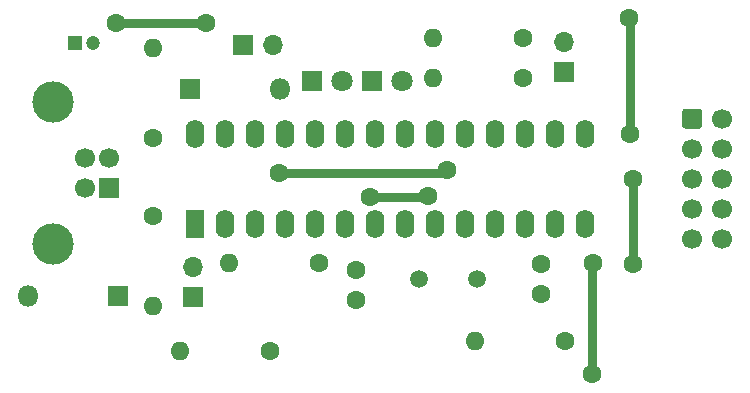
<source format=gbr>
%TF.GenerationSoftware,KiCad,Pcbnew,(5.1.7)-1*%
%TF.CreationDate,2020-11-28T16:53:41+05:30*%
%TF.ProjectId,usbasp_v1,75736261-7370-45f7-9631-2e6b69636164,v1*%
%TF.SameCoordinates,Original*%
%TF.FileFunction,Copper,L1,Top*%
%TF.FilePolarity,Positive*%
%FSLAX46Y46*%
G04 Gerber Fmt 4.6, Leading zero omitted, Abs format (unit mm)*
G04 Created by KiCad (PCBNEW (5.1.7)-1) date 2020-11-28 16:53:41*
%MOMM*%
%LPD*%
G01*
G04 APERTURE LIST*
%TA.AperFunction,ComponentPad*%
%ADD10C,1.800000*%
%TD*%
%TA.AperFunction,ComponentPad*%
%ADD11R,1.800000X1.800000*%
%TD*%
%TA.AperFunction,ComponentPad*%
%ADD12O,1.600000X1.600000*%
%TD*%
%TA.AperFunction,ComponentPad*%
%ADD13C,1.600000*%
%TD*%
%TA.AperFunction,ComponentPad*%
%ADD14C,1.700000*%
%TD*%
%TA.AperFunction,ComponentPad*%
%ADD15O,1.700000X1.700000*%
%TD*%
%TA.AperFunction,ComponentPad*%
%ADD16R,1.700000X1.700000*%
%TD*%
%TA.AperFunction,ComponentPad*%
%ADD17C,1.200000*%
%TD*%
%TA.AperFunction,ComponentPad*%
%ADD18R,1.200000X1.200000*%
%TD*%
%TA.AperFunction,ComponentPad*%
%ADD19O,1.600000X2.400000*%
%TD*%
%TA.AperFunction,ComponentPad*%
%ADD20R,1.600000X2.400000*%
%TD*%
%TA.AperFunction,ComponentPad*%
%ADD21C,1.500000*%
%TD*%
%TA.AperFunction,ComponentPad*%
%ADD22C,3.500000*%
%TD*%
%TA.AperFunction,ComponentPad*%
%ADD23O,1.800000X1.800000*%
%TD*%
%TA.AperFunction,ViaPad*%
%ADD24C,1.600000*%
%TD*%
%TA.AperFunction,Conductor*%
%ADD25C,0.800000*%
%TD*%
G04 APERTURE END LIST*
D10*
%TO.P,D3,2*%
%TO.N,Net-(D3-Pad2)*%
X141528800Y-81280000D03*
D11*
%TO.P,D3,1*%
%TO.N,Net-(D3-Pad1)*%
X138988800Y-81280000D03*
%TD*%
D12*
%TO.P,R5,2*%
%TO.N,Net-(D1-Pad1)*%
X122732800Y-104089200D03*
D13*
%TO.P,R5,1*%
%TO.N,+5V*%
X130352800Y-104089200D03*
%TD*%
D12*
%TO.P,R3,2*%
%TO.N,Net-(R3-Pad2)*%
X120497600Y-100279200D03*
D13*
%TO.P,R3,1*%
%TO.N,Net-(D1-Pad1)*%
X120497600Y-92659200D03*
%TD*%
D12*
%TO.P,R2,2*%
%TO.N,Net-(R2-Pad2)*%
X147726400Y-103276400D03*
D13*
%TO.P,R2,1*%
%TO.N,Net-(J1-Pad4)*%
X155346400Y-103276400D03*
%TD*%
D14*
%TO.P,J1,10*%
%TO.N,GND*%
X168661600Y-94589600D03*
%TO.P,J1,8*%
X168661600Y-92049600D03*
%TO.P,J1,6*%
%TO.N,Net-(J1-Pad6)*%
X168661600Y-89509600D03*
%TO.P,J1,4*%
%TO.N,Net-(J1-Pad4)*%
X168661600Y-86969600D03*
%TO.P,J1,2*%
%TO.N,Net-(J1-Pad2)*%
X168661600Y-84429600D03*
%TO.P,J1,9*%
%TO.N,/MISO*%
X166121600Y-94589600D03*
%TO.P,J1,7*%
%TO.N,/SCK*%
X166121600Y-92049600D03*
%TO.P,J1,5*%
%TO.N,Net-(J1-Pad5)*%
X166121600Y-89509600D03*
%TO.P,J1,3*%
%TO.N,Net-(J1-Pad3)*%
X166121600Y-86969600D03*
%TO.P,J1,1*%
%TO.N,/MOSI*%
%TA.AperFunction,ComponentPad*%
G36*
G01*
X165271600Y-85029600D02*
X165271600Y-83829600D01*
G75*
G02*
X165521600Y-83579600I250000J0D01*
G01*
X166721600Y-83579600D01*
G75*
G02*
X166971600Y-83829600I0J-250000D01*
G01*
X166971600Y-85029600D01*
G75*
G02*
X166721600Y-85279600I-250000J0D01*
G01*
X165521600Y-85279600D01*
G75*
G02*
X165271600Y-85029600I0J250000D01*
G01*
G37*
%TD.AperFunction*%
%TD*%
D15*
%TO.P,JP2,2*%
%TO.N,+5V*%
X155244800Y-77978000D03*
D16*
%TO.P,JP2,1*%
%TO.N,Net-(J1-Pad2)*%
X155244800Y-80518000D03*
%TD*%
D17*
%TO.P,C3,2*%
%TO.N,GND*%
X115393600Y-78028800D03*
D18*
%TO.P,C3,1*%
%TO.N,+5V*%
X113893600Y-78028800D03*
%TD*%
D19*
%TO.P,U1,28*%
%TO.N,Net-(U1-Pad28)*%
X124053600Y-85699600D03*
%TO.P,U1,14*%
%TO.N,Net-(R3-Pad2)*%
X157073600Y-93319600D03*
%TO.P,U1,27*%
%TO.N,Net-(U1-Pad27)*%
X126593600Y-85699600D03*
%TO.P,U1,13*%
%TO.N,Net-(U1-Pad13)*%
X154533600Y-93319600D03*
%TO.P,U1,26*%
%TO.N,Net-(U1-Pad26)*%
X129133600Y-85699600D03*
%TO.P,U1,12*%
%TO.N,Net-(U1-Pad12)*%
X151993600Y-93319600D03*
%TO.P,U1,25*%
%TO.N,Net-(JP3-Pad1)*%
X131673600Y-85699600D03*
%TO.P,U1,11*%
%TO.N,Net-(U1-Pad11)*%
X149453600Y-93319600D03*
%TO.P,U1,24*%
%TO.N,Net-(D4-Pad1)*%
X134213600Y-85699600D03*
%TO.P,U1,10*%
%TO.N,Net-(C2-Pad2)*%
X146913600Y-93319600D03*
%TO.P,U1,23*%
%TO.N,Net-(D3-Pad1)*%
X136753600Y-85699600D03*
%TO.P,U1,9*%
%TO.N,Net-(C1-Pad2)*%
X144373600Y-93319600D03*
%TO.P,U1,22*%
%TO.N,GND*%
X139293600Y-85699600D03*
%TO.P,U1,8*%
X141833600Y-93319600D03*
%TO.P,U1,21*%
%TO.N,Net-(U1-Pad21)*%
X141833600Y-85699600D03*
%TO.P,U1,7*%
%TO.N,+5V*%
X139293600Y-93319600D03*
%TO.P,U1,20*%
X144373600Y-85699600D03*
%TO.P,U1,6*%
%TO.N,Net-(U1-Pad6)*%
X136753600Y-93319600D03*
%TO.P,U1,19*%
%TO.N,/SCK*%
X146913600Y-85699600D03*
%TO.P,U1,5*%
%TO.N,Net-(U1-Pad5)*%
X134213600Y-93319600D03*
%TO.P,U1,18*%
%TO.N,/MISO*%
X149453600Y-85699600D03*
%TO.P,U1,4*%
%TO.N,Net-(R4-Pad2)*%
X131673600Y-93319600D03*
%TO.P,U1,17*%
%TO.N,/MOSI*%
X151993600Y-85699600D03*
%TO.P,U1,3*%
%TO.N,Net-(R2-Pad2)*%
X129133600Y-93319600D03*
%TO.P,U1,16*%
%TO.N,Net-(J1-Pad5)*%
X154533600Y-85699600D03*
%TO.P,U1,2*%
%TO.N,Net-(J1-Pad6)*%
X126593600Y-93319600D03*
%TO.P,U1,15*%
%TO.N,Net-(R4-Pad2)*%
X157073600Y-85699600D03*
D20*
%TO.P,U1,1*%
%TO.N,Net-(JP1-Pad2)*%
X124053600Y-93319600D03*
%TD*%
D21*
%TO.P,Y1,2*%
%TO.N,Net-(C2-Pad2)*%
X147882000Y-98044000D03*
%TO.P,Y1,1*%
%TO.N,Net-(C1-Pad2)*%
X143002000Y-98044000D03*
%TD*%
D12*
%TO.P,R7,2*%
%TO.N,Net-(D4-Pad2)*%
X144221200Y-77571600D03*
D13*
%TO.P,R7,1*%
%TO.N,+5V*%
X151841200Y-77571600D03*
%TD*%
D12*
%TO.P,R6,2*%
%TO.N,Net-(D3-Pad2)*%
X144170400Y-81026000D03*
D13*
%TO.P,R6,1*%
%TO.N,+5V*%
X151790400Y-81026000D03*
%TD*%
D12*
%TO.P,R4,2*%
%TO.N,Net-(R4-Pad2)*%
X120497600Y-78486000D03*
D13*
%TO.P,R4,1*%
%TO.N,Net-(D2-Pad1)*%
X120497600Y-86106000D03*
%TD*%
D12*
%TO.P,R1,2*%
%TO.N,Net-(JP1-Pad2)*%
X126949200Y-96672400D03*
D13*
%TO.P,R1,1*%
%TO.N,+5V*%
X134569200Y-96672400D03*
%TD*%
D15*
%TO.P,JP3,2*%
%TO.N,GND*%
X130606800Y-78232000D03*
D16*
%TO.P,JP3,1*%
%TO.N,Net-(JP3-Pad1)*%
X128066800Y-78232000D03*
%TD*%
D15*
%TO.P,JP1,2*%
%TO.N,Net-(JP1-Pad2)*%
X123901200Y-96977200D03*
D16*
%TO.P,JP1,1*%
%TO.N,/SCK*%
X123901200Y-99517200D03*
%TD*%
D22*
%TO.P,J2,5*%
%TO.N,Net-(J2-Pad5)*%
X112028400Y-83001600D03*
X112028400Y-95041600D03*
D14*
%TO.P,J2,4*%
%TO.N,GND*%
X114738400Y-90271600D03*
%TO.P,J2,3*%
%TO.N,Net-(D2-Pad1)*%
X114738400Y-87771600D03*
%TO.P,J2,2*%
%TO.N,Net-(D1-Pad1)*%
X116738400Y-87771600D03*
D16*
%TO.P,J2,1*%
%TO.N,+5V*%
X116738400Y-90271600D03*
%TD*%
D10*
%TO.P,D4,2*%
%TO.N,Net-(D4-Pad2)*%
X136499600Y-81280000D03*
D11*
%TO.P,D4,1*%
%TO.N,Net-(D4-Pad1)*%
X133959600Y-81280000D03*
%TD*%
D23*
%TO.P,D2,2*%
%TO.N,GND*%
X131267200Y-81940400D03*
D11*
%TO.P,D2,1*%
%TO.N,Net-(D2-Pad1)*%
X123647200Y-81940400D03*
%TD*%
D23*
%TO.P,D1,2*%
%TO.N,GND*%
X109931200Y-99415600D03*
D11*
%TO.P,D1,1*%
%TO.N,Net-(D1-Pad1)*%
X117551200Y-99415600D03*
%TD*%
D13*
%TO.P,C2,2*%
%TO.N,Net-(C2-Pad2)*%
X153314400Y-96763200D03*
%TO.P,C2,1*%
%TO.N,GND*%
X153314400Y-99263200D03*
%TD*%
%TO.P,C1,2*%
%TO.N,Net-(C1-Pad2)*%
X137668000Y-99782000D03*
%TO.P,C1,1*%
%TO.N,GND*%
X137668000Y-97282000D03*
%TD*%
D24*
%TO.N,GND*%
X117348000Y-76352400D03*
X124968000Y-76352400D03*
%TO.N,+5V*%
X138887200Y-91033600D03*
X143764000Y-90982800D03*
%TO.N,/MISO*%
X161137600Y-96723200D03*
X161086800Y-89509600D03*
%TO.N,/SCK*%
X157632400Y-106070400D03*
X157734000Y-96672400D03*
%TO.N,Net-(R3-Pad2)*%
X131114800Y-89052400D03*
X145389600Y-88798400D03*
%TO.N,Net-(R4-Pad2)*%
X160883600Y-85699600D03*
X160782000Y-75946000D03*
%TD*%
D25*
%TO.N,GND*%
X117348000Y-76352400D02*
X124968000Y-76352400D01*
%TO.N,+5V*%
X143713200Y-91033600D02*
X143764000Y-90982800D01*
X138887200Y-91033600D02*
X143713200Y-91033600D01*
%TO.N,/MISO*%
X161137600Y-96723200D02*
X161137600Y-89560400D01*
X161137600Y-89560400D02*
X161086800Y-89509600D01*
%TO.N,/SCK*%
X157632400Y-96774000D02*
X157734000Y-96672400D01*
X157632400Y-106070400D02*
X157632400Y-96774000D01*
%TO.N,Net-(R3-Pad2)*%
X131114800Y-89052400D02*
X145135600Y-89052400D01*
X145135600Y-89052400D02*
X145389600Y-88798400D01*
%TO.N,Net-(R4-Pad2)*%
X160883600Y-76047600D02*
X160782000Y-75946000D01*
X160883600Y-85699600D02*
X160883600Y-76047600D01*
%TD*%
M02*

</source>
